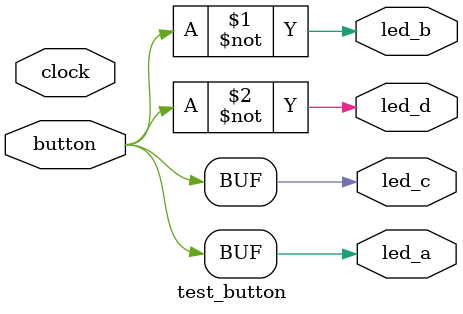
<source format=v>
`default_nettype none

module test_button(
	input  clock,
	output led_a,
	output led_b,
	output led_c,
	output led_d,
	input  button);

assign led_a = button;
assign led_b = ~button;
assign led_c = button;
assign led_d = ~button;

endmodule

</source>
